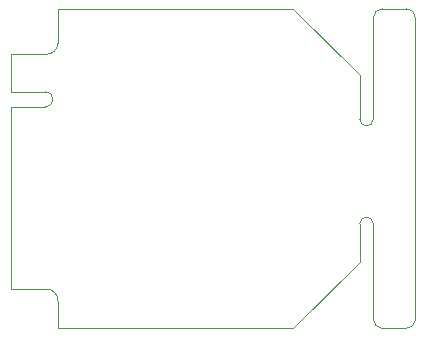
<source format=gko>
G04*
G04 #@! TF.GenerationSoftware,Altium Limited,Altium Designer,22.3.1 (43)*
G04*
G04 Layer_Color=16711935*
%FSLAX25Y25*%
%MOIN*%
G70*
G04*
G04 #@! TF.SameCoordinates,698DBC82-D8F4-4E88-83ED-E0681CBDB87E*
G04*
G04*
G04 #@! TF.FilePolarity,Positive*
G04*
G01*
G75*
%ADD27C,0.00394*%
D27*
X11417Y60669D02*
G03*
X11417Y65787I122J2559D01*
G01*
X11811Y78188D02*
G03*
X15748Y82126I-0J3937D01*
G01*
X116327Y56634D02*
G03*
X120879Y56634I2276J0D01*
G01*
X123879Y93409D02*
G03*
X120879Y90409I0J-3000D01*
G01*
X134916Y90409D02*
G03*
X131916Y93409I-3000J0D01*
G01*
X131916Y-13142D02*
G03*
X134916Y-10142I0J3000D01*
G01*
X120879D02*
G03*
X123879Y-13142I3000J0D01*
G01*
X120879Y21634D02*
G03*
X116327Y21634I-2276J0D01*
G01*
X15748Y-3937D02*
G03*
X11811Y-0I-3937J-0D01*
G01*
X0Y0D02*
Y60669D01*
X11417Y60669D01*
X0Y65787D02*
X11417Y65787D01*
X0Y65787D02*
Y78188D01*
X11811D01*
X15748Y82126D02*
X15748Y93409D01*
X94103Y93409D01*
X116327Y71186D01*
X116327Y56634D02*
X116327Y71186D01*
X120879Y56634D02*
Y90409D01*
X123879Y93409D02*
X131916Y93409D01*
X134916Y-10142D02*
Y90409D01*
X123879Y-13142D02*
X131916D01*
X120879Y-10142D02*
Y21634D01*
X116327Y9082D02*
Y21634D01*
X94103Y-13142D02*
X116327Y9082D01*
X15748Y-13142D02*
X94103Y-13142D01*
X15748Y-3937D02*
X15748Y-13142D01*
X0Y0D02*
X11811Y-0D01*
M02*

</source>
